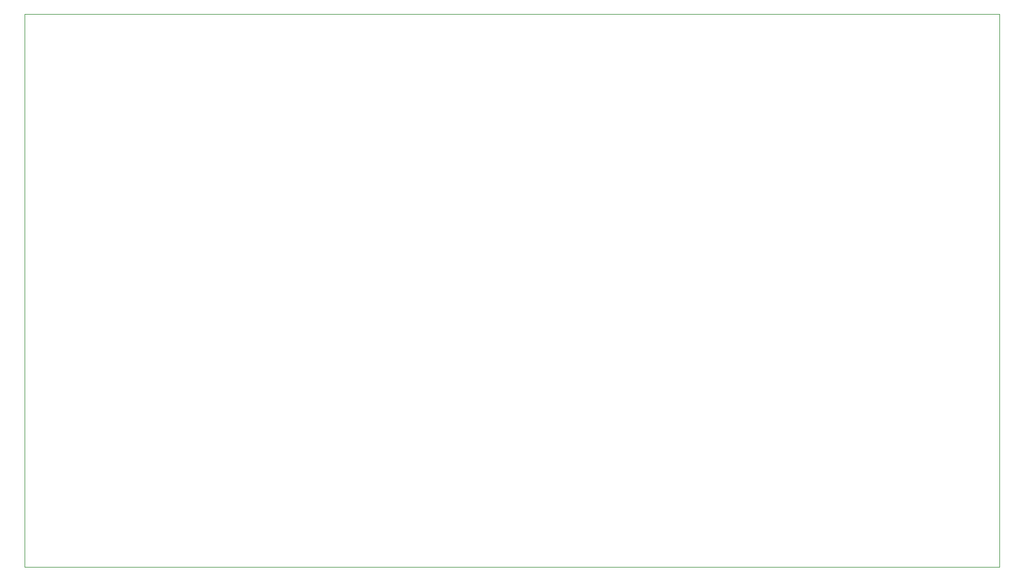
<source format=gbr>
%TF.GenerationSoftware,KiCad,Pcbnew,9.0.5*%
%TF.CreationDate,2025-12-10T14:26:13-05:00*%
%TF.ProjectId,finalprojectv2,66696e61-6c70-4726-9f6a-65637476322e,rev?*%
%TF.SameCoordinates,Original*%
%TF.FileFunction,Profile,NP*%
%FSLAX46Y46*%
G04 Gerber Fmt 4.6, Leading zero omitted, Abs format (unit mm)*
G04 Created by KiCad (PCBNEW 9.0.5) date 2025-12-10 14:26:13*
%MOMM*%
%LPD*%
G01*
G04 APERTURE LIST*
%TA.AperFunction,Profile*%
%ADD10C,0.050000*%
%TD*%
G04 APERTURE END LIST*
D10*
X65405000Y-53340000D02*
X206375000Y-53340000D01*
X206375000Y-133350000D01*
X65405000Y-133350000D01*
X65405000Y-53340000D01*
M02*

</source>
